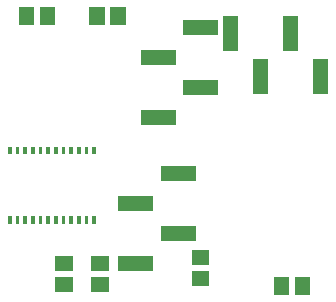
<source format=gbr>
G04 start of page 10 for group -4015 idx -4015 *
G04 Title: (unknown), toppaste *
G04 Creator: pcb 20140316 *
G04 CreationDate: Thu 30 Aug 2018 07:24:04 PM GMT UTC *
G04 For: railfan *
G04 Format: Gerber/RS-274X *
G04 PCB-Dimensions (mil): 2220.00 1040.00 *
G04 PCB-Coordinate-Origin: lower left *
%MOIN*%
%FSLAX25Y25*%
%LNTOPPASTE*%
%ADD67R,0.0120X0.0120*%
%ADD66R,0.0500X0.0500*%
%ADD65R,0.0512X0.0512*%
G54D65*X116043Y97393D02*Y96607D01*
X108957Y97393D02*Y96607D01*
X143107Y9457D02*X143893D01*
X143107Y16543D02*X143893D01*
G54D66*X140260Y93000D02*X146913D01*
X126087Y83000D02*X132740D01*
X140260Y73000D02*X146913D01*
X126087Y63000D02*X132740D01*
X132760Y44500D02*X139413D01*
X118587Y34500D02*X125240D01*
X132760Y24500D02*X139413D01*
X118587Y14500D02*X125240D01*
X153500Y94413D02*Y87760D01*
X163500Y80240D02*Y73587D01*
X173500Y94413D02*Y87760D01*
X183500Y80240D02*Y73587D01*
G54D65*X109607Y14543D02*X110393D01*
X109607Y7457D02*X110393D01*
X97607Y14543D02*X98393D01*
X97607Y7457D02*X98393D01*
X177543Y7393D02*Y6607D01*
X170457Y7393D02*Y6607D01*
X85457Y97393D02*Y96607D01*
X92543Y97393D02*Y96607D01*
G54D67*X108074Y52811D02*Y51417D01*
X105515Y52811D02*Y51417D01*
X102956Y52811D02*Y51417D01*
X100397Y52811D02*Y51417D01*
X97838Y52811D02*Y51417D01*
X95279Y52811D02*Y51417D01*
X92721Y52811D02*Y51417D01*
X90162Y52811D02*Y51417D01*
X87603Y52811D02*Y51417D01*
X85044Y52811D02*Y51417D01*
X82485Y52811D02*Y51417D01*
X79926Y52811D02*Y51417D01*
Y29583D02*Y28189D01*
X82485Y29583D02*Y28189D01*
X85044Y29583D02*Y28189D01*
X87603Y29583D02*Y28189D01*
X90162Y29583D02*Y28189D01*
X92721Y29583D02*Y28189D01*
X95279Y29583D02*Y28189D01*
X97838Y29583D02*Y28189D01*
X100397Y29583D02*Y28189D01*
X102956Y29583D02*Y28189D01*
X105515Y29583D02*Y28189D01*
X108074Y29583D02*Y28189D01*
M02*

</source>
